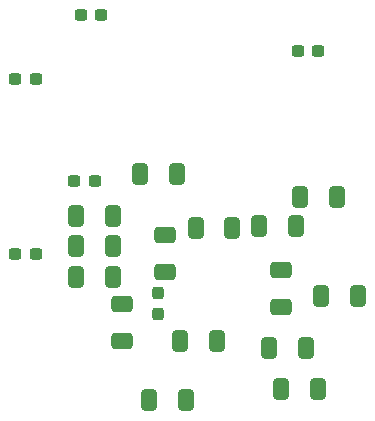
<source format=gbr>
%TF.GenerationSoftware,KiCad,Pcbnew,9.0.0*%
%TF.CreationDate,2025-03-16T19:50:11+02:00*%
%TF.ProjectId,TVP5147M1_decoder,54565035-3134-4374-9d31-5f6465636f64,rev?*%
%TF.SameCoordinates,Original*%
%TF.FileFunction,Paste,Bot*%
%TF.FilePolarity,Positive*%
%FSLAX46Y46*%
G04 Gerber Fmt 4.6, Leading zero omitted, Abs format (unit mm)*
G04 Created by KiCad (PCBNEW 9.0.0) date 2025-03-16 19:50:11*
%MOMM*%
%LPD*%
G01*
G04 APERTURE LIST*
G04 Aperture macros list*
%AMRoundRect*
0 Rectangle with rounded corners*
0 $1 Rounding radius*
0 $2 $3 $4 $5 $6 $7 $8 $9 X,Y pos of 4 corners*
0 Add a 4 corners polygon primitive as box body*
4,1,4,$2,$3,$4,$5,$6,$7,$8,$9,$2,$3,0*
0 Add four circle primitives for the rounded corners*
1,1,$1+$1,$2,$3*
1,1,$1+$1,$4,$5*
1,1,$1+$1,$6,$7*
1,1,$1+$1,$8,$9*
0 Add four rect primitives between the rounded corners*
20,1,$1+$1,$2,$3,$4,$5,0*
20,1,$1+$1,$4,$5,$6,$7,0*
20,1,$1+$1,$6,$7,$8,$9,0*
20,1,$1+$1,$8,$9,$2,$3,0*%
G04 Aperture macros list end*
%ADD10RoundRect,0.250000X-0.412500X-0.650000X0.412500X-0.650000X0.412500X0.650000X-0.412500X0.650000X0*%
%ADD11RoundRect,0.237500X-0.300000X-0.237500X0.300000X-0.237500X0.300000X0.237500X-0.300000X0.237500X0*%
%ADD12RoundRect,0.250000X0.412500X0.650000X-0.412500X0.650000X-0.412500X-0.650000X0.412500X-0.650000X0*%
%ADD13RoundRect,0.237500X0.300000X0.237500X-0.300000X0.237500X-0.300000X-0.237500X0.300000X-0.237500X0*%
%ADD14RoundRect,0.250000X-0.650000X0.412500X-0.650000X-0.412500X0.650000X-0.412500X0.650000X0.412500X0*%
%ADD15RoundRect,0.237500X-0.237500X0.300000X-0.237500X-0.300000X0.237500X-0.300000X0.237500X0.300000X0*%
%ADD16RoundRect,0.250000X0.650000X-0.412500X0.650000X0.412500X-0.650000X0.412500X-0.650000X-0.412500X0*%
G04 APERTURE END LIST*
D10*
%TO.C,C21*%
X131525000Y-86800000D03*
X128400000Y-86800000D03*
%TD*%
D11*
%TO.C,C1*%
X109462500Y-74400000D03*
X107737500Y-74400000D03*
%TD*%
D12*
%TO.C,C20*%
X121675000Y-96600000D03*
X124800000Y-96600000D03*
%TD*%
%TO.C,C13*%
X112875000Y-91200000D03*
X116000000Y-91200000D03*
%TD*%
D10*
%TO.C,C25*%
X135000000Y-84400000D03*
X131875000Y-84400000D03*
%TD*%
D13*
%TO.C,C3*%
X113275000Y-69000000D03*
X115000000Y-69000000D03*
%TD*%
D14*
%TO.C,C26*%
X116800000Y-96562500D03*
X116800000Y-93437500D03*
%TD*%
D12*
%TO.C,C11*%
X118275000Y-82400000D03*
X121400000Y-82400000D03*
%TD*%
D11*
%TO.C,C6*%
X109462500Y-89200000D03*
X107737500Y-89200000D03*
%TD*%
D13*
%TO.C,C8*%
X112737500Y-83000000D03*
X114462500Y-83000000D03*
%TD*%
D12*
%TO.C,C17*%
X112875000Y-88500000D03*
X116000000Y-88500000D03*
%TD*%
D14*
%TO.C,C18*%
X130200000Y-93725000D03*
X130200000Y-90600000D03*
%TD*%
D12*
%TO.C,C24*%
X129200000Y-97200000D03*
X132325000Y-97200000D03*
%TD*%
D10*
%TO.C,C19*%
X136762500Y-92800000D03*
X133637500Y-92800000D03*
%TD*%
D12*
%TO.C,C22*%
X119037500Y-101600000D03*
X122162500Y-101600000D03*
%TD*%
D15*
%TO.C,C15*%
X119800000Y-94262500D03*
X119800000Y-92537500D03*
%TD*%
D13*
%TO.C,C9*%
X131675000Y-72000000D03*
X133400000Y-72000000D03*
%TD*%
D12*
%TO.C,C14*%
X112875000Y-86000000D03*
X116000000Y-86000000D03*
%TD*%
D10*
%TO.C,C23*%
X133400000Y-100600000D03*
X130275000Y-100600000D03*
%TD*%
%TO.C,C12*%
X126125000Y-87000000D03*
X123000000Y-87000000D03*
%TD*%
D16*
%TO.C,C16*%
X120400000Y-87637500D03*
X120400000Y-90762500D03*
%TD*%
M02*

</source>
